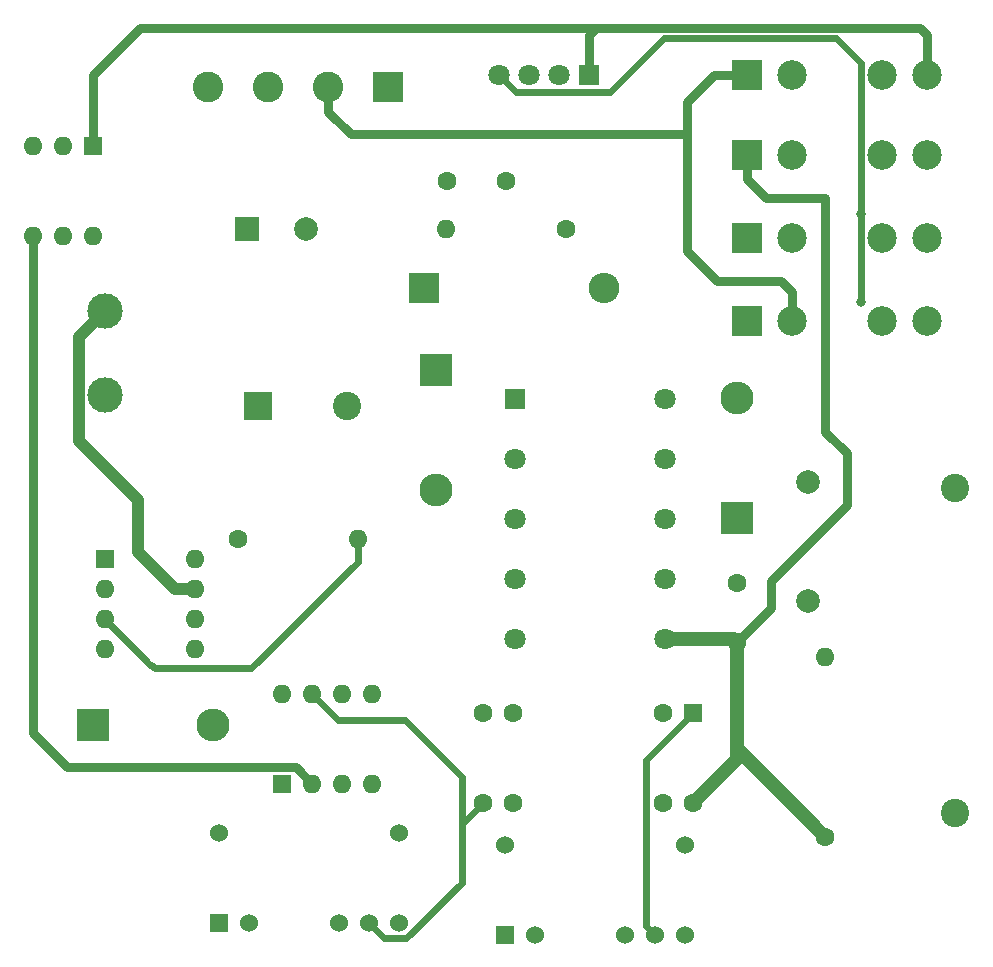
<source format=gtl>
%TF.GenerationSoftware,KiCad,Pcbnew,(5.1.10-1-10_14)*%
%TF.CreationDate,2022-04-01T14:18:11+03:00*%
%TF.ProjectId,Convertor_15v_to_20v:500v,436f6e76-6572-4746-9f72-5f3135765f74,rev?*%
%TF.SameCoordinates,Original*%
%TF.FileFunction,Copper,L1,Top*%
%TF.FilePolarity,Positive*%
%FSLAX46Y46*%
G04 Gerber Fmt 4.6, Leading zero omitted, Abs format (unit mm)*
G04 Created by KiCad (PCBNEW (5.1.10-1-10_14)) date 2022-04-01 14:18:11*
%MOMM*%
%LPD*%
G01*
G04 APERTURE LIST*
%TA.AperFunction,ComponentPad*%
%ADD10C,2.500000*%
%TD*%
%TA.AperFunction,ComponentPad*%
%ADD11R,2.500000X2.500000*%
%TD*%
%TA.AperFunction,ComponentPad*%
%ADD12O,1.600000X1.600000*%
%TD*%
%TA.AperFunction,ComponentPad*%
%ADD13R,1.600000X1.600000*%
%TD*%
%TA.AperFunction,ComponentPad*%
%ADD14C,1.524000*%
%TD*%
%TA.AperFunction,ComponentPad*%
%ADD15R,1.524000X1.524000*%
%TD*%
%TA.AperFunction,ComponentPad*%
%ADD16C,1.600000*%
%TD*%
%TA.AperFunction,ComponentPad*%
%ADD17C,3.000000*%
%TD*%
%TA.AperFunction,ComponentPad*%
%ADD18C,1.800000*%
%TD*%
%TA.AperFunction,ComponentPad*%
%ADD19R,1.800000X1.800000*%
%TD*%
%TA.AperFunction,ComponentPad*%
%ADD20C,2.600000*%
%TD*%
%TA.AperFunction,ComponentPad*%
%ADD21R,2.600000X2.600000*%
%TD*%
%TA.AperFunction,ComponentPad*%
%ADD22O,2.800000X2.800000*%
%TD*%
%TA.AperFunction,ComponentPad*%
%ADD23R,2.800000X2.800000*%
%TD*%
%TA.AperFunction,ComponentPad*%
%ADD24O,2.600000X2.600000*%
%TD*%
%TA.AperFunction,ComponentPad*%
%ADD25C,2.400000*%
%TD*%
%TA.AperFunction,ComponentPad*%
%ADD26C,2.000000*%
%TD*%
%TA.AperFunction,ComponentPad*%
%ADD27R,2.400000X2.400000*%
%TD*%
%TA.AperFunction,ComponentPad*%
%ADD28R,2.000000X2.000000*%
%TD*%
%TA.AperFunction,ViaPad*%
%ADD29C,0.800000*%
%TD*%
%TA.AperFunction,Conductor*%
%ADD30C,0.800000*%
%TD*%
%TA.AperFunction,Conductor*%
%ADD31C,1.000000*%
%TD*%
%TA.AperFunction,Conductor*%
%ADD32C,0.600000*%
%TD*%
%TA.AperFunction,Conductor*%
%ADD33C,1.200000*%
%TD*%
G04 APERTURE END LIST*
D10*
%TO.P,U10,4*%
%TO.N,common_anode*%
X198620000Y-76000000D03*
%TO.P,U10,3*%
%TO.N,Net-(R18-Pad2)*%
X194810000Y-76000000D03*
%TO.P,U10,2*%
%TO.N,GND2*%
X187190000Y-76000000D03*
D11*
%TO.P,U10,1*%
%TO.N,GND*%
X183380000Y-76000000D03*
%TD*%
D10*
%TO.P,U9,4*%
%TO.N,common_anode*%
X198620000Y-82800000D03*
%TO.P,U9,3*%
%TO.N,Net-(R16-Pad1)*%
X194810000Y-82800000D03*
%TO.P,U9,2*%
%TO.N,HV_output*%
X187190000Y-82800000D03*
D11*
%TO.P,U9,1*%
%TO.N,GND2*%
X183380000Y-82800000D03*
%TD*%
D12*
%TO.P,U8,6*%
%TO.N,dac_input*%
X128000000Y-89620000D03*
%TO.P,U8,3*%
%TO.N,N/C*%
X122920000Y-82000000D03*
%TO.P,U8,5*%
X125460000Y-89620000D03*
%TO.P,U8,2*%
%TO.N,Net-(R15-Pad2)*%
X125460000Y-82000000D03*
%TO.P,U8,4*%
%TO.N,dac_in*%
X122920000Y-89620000D03*
D13*
%TO.P,U8,1*%
%TO.N,common_anode*%
X128000000Y-82000000D03*
%TD*%
D10*
%TO.P,U7,4*%
%TO.N,common_anode*%
X198620000Y-96800000D03*
%TO.P,U7,3*%
%TO.N,Net-(R14-Pad2)*%
X194810000Y-96800000D03*
%TO.P,U7,2*%
%TO.N,GND*%
X187190000Y-96800000D03*
D11*
%TO.P,U7,1*%
%TO.N,Net-(C11-Pad1)*%
X183380000Y-96800000D03*
%TD*%
D10*
%TO.P,U6,4*%
%TO.N,common_anode*%
X198620000Y-89800000D03*
%TO.P,U6,3*%
%TO.N,Net-(R13-Pad1)*%
X194810000Y-89800000D03*
%TO.P,U6,2*%
%TO.N,Net-(C11-Pad1)*%
X187190000Y-89800000D03*
D11*
%TO.P,U6,1*%
%TO.N,HV_output*%
X183380000Y-89800000D03*
%TD*%
D14*
%TO.P,U5,14*%
%TO.N,N/C*%
X162850000Y-141190000D03*
%TO.P,U5,8*%
X178090000Y-141190000D03*
%TO.P,U5,7*%
%TO.N,Net-(C14-Pad1)*%
X178090000Y-148810000D03*
%TO.P,U5,6*%
%TO.N,Net-(C13-Pad1)*%
X175550000Y-148810000D03*
%TO.P,U5,5*%
%TO.N,GND2*%
X173010000Y-148810000D03*
%TO.P,U5,2*%
%TO.N,GND*%
X165390000Y-148810000D03*
D15*
%TO.P,U5,1*%
%TO.N,+15V*%
X162850000Y-148810000D03*
%TD*%
D16*
%TO.P,U4,8*%
%TO.N,GND2*%
X178800000Y-137620000D03*
%TO.P,U4,4*%
%TO.N,GND*%
X161020000Y-130000000D03*
%TO.P,U4,7*%
%TO.N,feedback*%
X176260000Y-137620000D03*
%TO.P,U4,3*%
%TO.N,Net-(U1-Pad3)*%
X163560000Y-130000000D03*
%TO.P,U4,6*%
%TO.N,Net-(C10-Pad1)*%
X163560000Y-137620000D03*
%TO.P,U4,2*%
%TO.N,Net-(C14-Pad1)*%
X176260000Y-130000000D03*
%TO.P,U4,5*%
%TO.N,Net-(C7-Pad1)*%
X161020000Y-137620000D03*
D13*
%TO.P,U4,1*%
%TO.N,Net-(C13-Pad1)*%
X178800000Y-130000000D03*
%TD*%
D14*
%TO.P,U3,14*%
%TO.N,N/C*%
X138650000Y-140190000D03*
%TO.P,U3,8*%
X153890000Y-140190000D03*
%TO.P,U3,7*%
%TO.N,Net-(C10-Pad1)*%
X153890000Y-147810000D03*
%TO.P,U3,6*%
%TO.N,Net-(C7-Pad1)*%
X151350000Y-147810000D03*
%TO.P,U3,5*%
%TO.N,GND*%
X148810000Y-147810000D03*
%TO.P,U3,2*%
X141190000Y-147810000D03*
D15*
%TO.P,U3,1*%
%TO.N,+15V*%
X138650000Y-147810000D03*
%TD*%
D12*
%TO.P,U2,8*%
%TO.N,Net-(C2-Pad1)*%
X136620000Y-117000000D03*
%TO.P,U2,4*%
%TO.N,Net-(C3-Pad1)*%
X129000000Y-124620000D03*
%TO.P,U2,7*%
%TO.N,+15V*%
X136620000Y-119540000D03*
%TO.P,U2,3*%
%TO.N,Net-(Q1-Pad3)*%
X129000000Y-122080000D03*
%TO.P,U2,6*%
%TO.N,Net-(R6-Pad2)*%
X136620000Y-122080000D03*
%TO.P,U2,2*%
%TO.N,Net-(R1-Pad2)*%
X129000000Y-119540000D03*
%TO.P,U2,5*%
%TO.N,GND*%
X136620000Y-124620000D03*
D13*
%TO.P,U2,1*%
%TO.N,N/C*%
X129000000Y-117000000D03*
%TD*%
D12*
%TO.P,U1,8*%
%TO.N,N/C*%
X144000000Y-128380000D03*
%TO.P,U1,4*%
%TO.N,Net-(C10-Pad1)*%
X151620000Y-136000000D03*
%TO.P,U1,7*%
%TO.N,Net-(C7-Pad1)*%
X146540000Y-128380000D03*
%TO.P,U1,3*%
%TO.N,Net-(U1-Pad3)*%
X149080000Y-136000000D03*
%TO.P,U1,6*%
%TO.N,Net-(D1-Pad2)*%
X149080000Y-128380000D03*
%TO.P,U1,2*%
%TO.N,dac_in*%
X146540000Y-136000000D03*
%TO.P,U1,5*%
%TO.N,N/C*%
X151620000Y-128380000D03*
D13*
%TO.P,U1,1*%
X144000000Y-136000000D03*
%TD*%
D12*
%TO.P,R12,2*%
%TO.N,Net-(C11-Pad1)*%
X190000000Y-125260000D03*
D16*
%TO.P,R12,1*%
%TO.N,GND2*%
X190000000Y-140500000D03*
%TD*%
D12*
%TO.P,R7,2*%
%TO.N,Net-(Q1-Pad3)*%
X150410000Y-115250000D03*
D16*
%TO.P,R7,1*%
%TO.N,GND*%
X140250000Y-115250000D03*
%TD*%
D12*
%TO.P,R5,2*%
%TO.N,Net-(C5-Pad2)*%
X157840000Y-89000000D03*
D16*
%TO.P,R5,1*%
%TO.N,Net-(C4-Pad1)*%
X168000000Y-89000000D03*
%TD*%
D17*
%TO.P,L1,2*%
%TO.N,Net-(C4-Pad1)*%
X129000000Y-103110000D03*
%TO.P,L1,1*%
%TO.N,+15V*%
X129000000Y-96000000D03*
%TD*%
D18*
%TO.P,J2,4*%
%TO.N,set_negativ*%
X162380000Y-76000000D03*
%TO.P,J2,2*%
%TO.N,dac_relay*%
X167460000Y-76000000D03*
D19*
%TO.P,J2,1*%
%TO.N,common_anode*%
X170000000Y-76000000D03*
D18*
%TO.P,J2,3*%
%TO.N,set_positive*%
X164920000Y-76000000D03*
%TD*%
D20*
%TO.P,J1,4*%
%TO.N,dac_input*%
X137760000Y-77000000D03*
%TO.P,J1,3*%
%TO.N,+15V*%
X142840000Y-77000000D03*
%TO.P,J1,2*%
%TO.N,GND*%
X147920000Y-77000000D03*
D21*
%TO.P,J1,1*%
%TO.N,HV_output*%
X153000000Y-77000000D03*
%TD*%
D19*
%TO.P,T1,1*%
%TO.N,Net-(C4-Pad1)*%
X163685000Y-103420000D03*
D18*
%TO.P,T1,2*%
%TO.N,N/C*%
X163685000Y-108500000D03*
%TO.P,T1,3*%
X163685000Y-113580000D03*
%TO.P,T1,4*%
X163685000Y-118660000D03*
%TO.P,T1,5*%
%TO.N,Net-(D3-Pad2)*%
X163685000Y-123740000D03*
%TO.P,T1,6*%
%TO.N,GND2*%
X176385000Y-123740000D03*
%TO.P,T1,7*%
%TO.N,N/C*%
X176385000Y-118660000D03*
%TO.P,T1,8*%
X176385000Y-113580000D03*
%TO.P,T1,9*%
X176385000Y-108500000D03*
%TO.P,T1,10*%
%TO.N,Net-(D4-Pad2)*%
X176385000Y-103420000D03*
%TD*%
D22*
%TO.P,D4,2*%
%TO.N,Net-(D4-Pad2)*%
X182500000Y-103340000D03*
D23*
%TO.P,D4,1*%
%TO.N,Net-(C8-Pad1)*%
X182500000Y-113500000D03*
%TD*%
D22*
%TO.P,D3,2*%
%TO.N,Net-(D3-Pad2)*%
X157000000Y-111160000D03*
D23*
%TO.P,D3,1*%
%TO.N,Net-(C5-Pad2)*%
X157000000Y-101000000D03*
%TD*%
D24*
%TO.P,D2,2*%
%TO.N,Net-(C4-Pad1)*%
X171240000Y-94000000D03*
D21*
%TO.P,D2,1*%
%TO.N,Net-(C5-Pad2)*%
X156000000Y-94000000D03*
%TD*%
D22*
%TO.P,D1,2*%
%TO.N,Net-(D1-Pad2)*%
X138160000Y-131000000D03*
D23*
%TO.P,D1,1*%
%TO.N,Net-(D1-Pad1)*%
X128000000Y-131000000D03*
%TD*%
D25*
%TO.P,C11,2*%
%TO.N,GND2*%
X201000000Y-138500000D03*
%TO.P,C11,1*%
%TO.N,Net-(C11-Pad1)*%
X201000000Y-111000000D03*
%TD*%
D16*
%TO.P,C9,2*%
%TO.N,GND2*%
X182500000Y-124000000D03*
%TO.P,C9,1*%
%TO.N,Net-(C8-Pad1)*%
X182500000Y-119000000D03*
%TD*%
D26*
%TO.P,C8,2*%
%TO.N,Net-(C8-Pad2)*%
X188500000Y-110500000D03*
%TO.P,C8,1*%
%TO.N,Net-(C8-Pad1)*%
X188500000Y-120500000D03*
%TD*%
D16*
%TO.P,C5,2*%
%TO.N,Net-(C5-Pad2)*%
X158000000Y-85000000D03*
%TO.P,C5,1*%
%TO.N,Net-(C4-Pad1)*%
X163000000Y-85000000D03*
%TD*%
D25*
%TO.P,C4,2*%
%TO.N,GND*%
X149500000Y-104000000D03*
D27*
%TO.P,C4,1*%
%TO.N,Net-(C4-Pad1)*%
X142000000Y-104000000D03*
%TD*%
D26*
%TO.P,C1,2*%
%TO.N,GND*%
X146000000Y-89000000D03*
D28*
%TO.P,C1,1*%
%TO.N,+15V*%
X141000000Y-89000000D03*
%TD*%
D29*
%TO.N,set_negativ*%
X193000000Y-87800000D03*
X193000000Y-95200000D03*
%TD*%
D30*
%TO.N,GND*%
X183380000Y-76000000D02*
X180600000Y-76000000D01*
X187190000Y-96800000D02*
X187190000Y-94390000D01*
X187190000Y-94390000D02*
X186200000Y-93400000D01*
X186200000Y-93400000D02*
X180800000Y-93400000D01*
X180800000Y-93400000D02*
X178300000Y-90900000D01*
X180600000Y-76000000D02*
X178300000Y-78300000D01*
X178000000Y-81000000D02*
X178300000Y-80700000D01*
X147920000Y-79120000D02*
X149800000Y-81000000D01*
X149800000Y-81000000D02*
X178000000Y-81000000D01*
X147920000Y-77000000D02*
X147920000Y-79120000D01*
X178300000Y-80700000D02*
X178300000Y-78300000D01*
X178300000Y-90900000D02*
X178300000Y-80700000D01*
D31*
%TO.N,+15V*%
X136620000Y-119540000D02*
X134940000Y-119540000D01*
X134940000Y-119540000D02*
X131800000Y-116400000D01*
X131800000Y-116400000D02*
X131800000Y-112000000D01*
X126799999Y-98200001D02*
X129000000Y-96000000D01*
X126799999Y-106999999D02*
X126799999Y-98200001D01*
X131800000Y-112000000D02*
X126799999Y-106999999D01*
D32*
%TO.N,Net-(C7-Pad1)*%
X154495761Y-149072001D02*
X159200000Y-144367762D01*
X152612001Y-149072001D02*
X154495761Y-149072001D01*
X151350000Y-147810000D02*
X152612001Y-149072001D01*
X159200000Y-139440000D02*
X161020000Y-137620000D01*
X159200000Y-139800000D02*
X159200000Y-139440000D01*
X159200000Y-144367762D02*
X159200000Y-139800000D01*
X148760000Y-130600000D02*
X146540000Y-128380000D01*
X154400000Y-130600000D02*
X148760000Y-130600000D01*
X159200000Y-135400000D02*
X154400000Y-130600000D01*
X159200000Y-139440000D02*
X159200000Y-135400000D01*
D33*
%TO.N,GND2*%
X182240000Y-123740000D02*
X182500000Y-124000000D01*
X176385000Y-123740000D02*
X182240000Y-123740000D01*
X182500000Y-133000000D02*
X190000000Y-140500000D01*
X182500000Y-124000000D02*
X182500000Y-133000000D01*
X182500000Y-133920000D02*
X182500000Y-133000000D01*
X178800000Y-137620000D02*
X182500000Y-133920000D01*
D30*
X183380000Y-82800000D02*
X183380000Y-84780000D01*
X183380000Y-84780000D02*
X185000000Y-86400000D01*
X185000000Y-86400000D02*
X190000000Y-86400000D01*
X190000000Y-86400000D02*
X190000000Y-106200000D01*
X190000000Y-106200000D02*
X191800000Y-108000000D01*
X191800000Y-108000000D02*
X191800000Y-112400000D01*
X191800000Y-112400000D02*
X185400000Y-118800000D01*
X185400000Y-121100000D02*
X182500000Y-124000000D01*
X185400000Y-118800000D02*
X185400000Y-121100000D01*
D32*
%TO.N,Net-(C13-Pad1)*%
X174788001Y-148048001D02*
X174788001Y-134011999D01*
X174788001Y-134011999D02*
X178800000Y-130000000D01*
X175550000Y-148810000D02*
X174788001Y-148048001D01*
%TO.N,set_negativ*%
X171799999Y-77400001D02*
X176299990Y-72900010D01*
X163780001Y-77400001D02*
X171799999Y-77400001D01*
X162380000Y-76000000D02*
X163780001Y-77400001D01*
X176299990Y-72900010D02*
X190900010Y-72900010D01*
X190900010Y-72900010D02*
X193000000Y-75000000D01*
X193000000Y-75000000D02*
X193000000Y-87800000D01*
X193000000Y-87800000D02*
X193000000Y-95200000D01*
D30*
%TO.N,common_anode*%
X128000000Y-76000000D02*
X128000000Y-82000000D01*
X132000000Y-72000000D02*
X128000000Y-76000000D01*
X198620000Y-72645010D02*
X197974990Y-72000000D01*
X198620000Y-76000000D02*
X198620000Y-72645010D01*
X170000000Y-72600000D02*
X170600000Y-72000000D01*
X170000000Y-76000000D02*
X170000000Y-72600000D01*
X170600000Y-72000000D02*
X132000000Y-72000000D01*
X197974990Y-72000000D02*
X170600000Y-72000000D01*
D32*
%TO.N,Net-(Q1-Pad3)*%
X141400000Y-126200000D02*
X150410000Y-117190000D01*
X150410000Y-117190000D02*
X150410000Y-115250000D01*
X129000000Y-122080000D02*
X132840001Y-125920001D01*
X132920001Y-125920001D02*
X133200000Y-126200000D01*
X132840001Y-125920001D02*
X132920001Y-125920001D01*
X133200000Y-126200000D02*
X141400000Y-126200000D01*
D30*
%TO.N,dac_in*%
X122920000Y-131720000D02*
X122920000Y-89620000D01*
X145139999Y-134599999D02*
X125799999Y-134599999D01*
X125799999Y-134599999D02*
X122920000Y-131720000D01*
X146540000Y-136000000D02*
X145139999Y-134599999D01*
%TD*%
M02*

</source>
